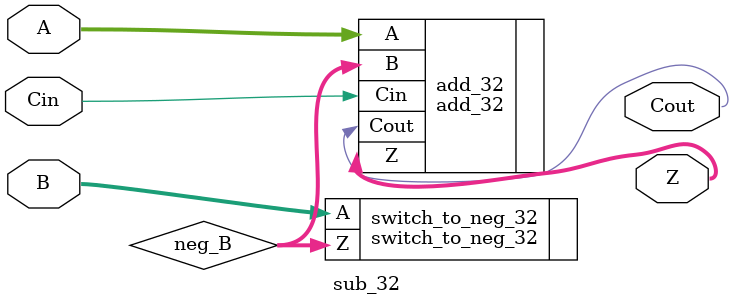
<source format=v>
module sub_32(input [31:0] A, input [31:0] B, input Cin, output [31:0] Z, output Cout);
	wire [31:0] neg_B;	// this is gonna hold (-B)
	switch_to_neg_32 switch_to_neg_32(.A(B), .Z(neg_B));
	add_32 add_32(.A(A), .B(neg_B), .Cin(Cin), .Z(Z), .Cout(Cout));
endmodule

</source>
